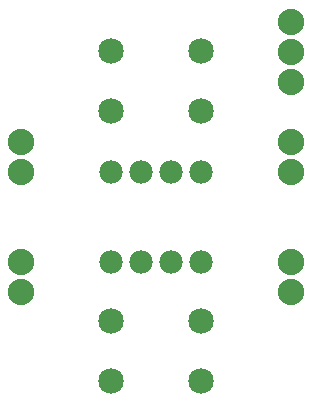
<source format=gbs>
G04 MADE WITH FRITZING*
G04 WWW.FRITZING.ORG*
G04 SINGLE SIDED*
G04 HOLES NOT PLATED*
G04 CONTOUR ON CENTER OF CONTOUR VECTOR*
%ASAXBY*%
%FSLAX23Y23*%
%MOIN*%
%OFA0B0*%
%SFA1.0B1.0*%
%ADD10C,0.088000*%
%ADD11C,0.078000*%
%ADD12C,0.085000*%
%LNMASK0*%
G90*
G70*
G54D10*
X300Y1102D03*
X300Y1002D03*
X300Y702D03*
X300Y602D03*
G54D11*
X600Y702D03*
X700Y702D03*
X800Y702D03*
X900Y702D03*
X900Y1002D03*
X800Y1002D03*
X700Y1002D03*
X600Y1002D03*
G54D12*
X600Y1408D03*
X900Y1408D03*
X600Y1208D03*
X900Y1208D03*
X600Y508D03*
X900Y508D03*
X600Y308D03*
X900Y308D03*
G54D10*
X1200Y1502D03*
X1200Y1402D03*
X1200Y1302D03*
X1200Y702D03*
X1200Y602D03*
X1200Y1102D03*
X1200Y1002D03*
G04 End of Mask0*
M02*
</source>
